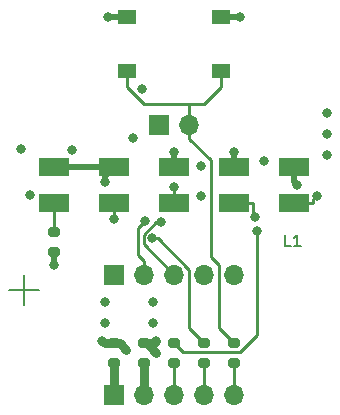
<source format=gbr>
%TF.GenerationSoftware,KiCad,Pcbnew,(7.0.0)*%
%TF.CreationDate,2023-03-09T18:05:20+01:00*%
%TF.ProjectId,JoystickAdapter,4a6f7973-7469-4636-9b41-646170746572,1.0*%
%TF.SameCoordinates,Original*%
%TF.FileFunction,Copper,L1,Top*%
%TF.FilePolarity,Positive*%
%FSLAX46Y46*%
G04 Gerber Fmt 4.6, Leading zero omitted, Abs format (unit mm)*
G04 Created by KiCad (PCBNEW (7.0.0)) date 2023-03-09 18:05:20*
%MOMM*%
%LPD*%
G01*
G04 APERTURE LIST*
G04 Aperture macros list*
%AMRoundRect*
0 Rectangle with rounded corners*
0 $1 Rounding radius*
0 $2 $3 $4 $5 $6 $7 $8 $9 X,Y pos of 4 corners*
0 Add a 4 corners polygon primitive as box body*
4,1,4,$2,$3,$4,$5,$6,$7,$8,$9,$2,$3,0*
0 Add four circle primitives for the rounded corners*
1,1,$1+$1,$2,$3*
1,1,$1+$1,$4,$5*
1,1,$1+$1,$6,$7*
1,1,$1+$1,$8,$9*
0 Add four rect primitives between the rounded corners*
20,1,$1+$1,$2,$3,$4,$5,0*
20,1,$1+$1,$4,$5,$6,$7,0*
20,1,$1+$1,$6,$7,$8,$9,0*
20,1,$1+$1,$8,$9,$2,$3,0*%
G04 Aperture macros list end*
%TA.AperFunction,NonConductor*%
%ADD10C,0.200000*%
%TD*%
%ADD11C,0.150000*%
%TA.AperFunction,NonConductor*%
%ADD12C,0.150000*%
%TD*%
%TA.AperFunction,SMDPad,CuDef*%
%ADD13RoundRect,0.200000X-0.275000X0.200000X-0.275000X-0.200000X0.275000X-0.200000X0.275000X0.200000X0*%
%TD*%
%TA.AperFunction,SMDPad,CuDef*%
%ADD14R,2.600000X1.500000*%
%TD*%
%TA.AperFunction,ComponentPad*%
%ADD15R,1.700000X1.700000*%
%TD*%
%TA.AperFunction,ComponentPad*%
%ADD16O,1.700000X1.700000*%
%TD*%
%TA.AperFunction,SMDPad,CuDef*%
%ADD17RoundRect,0.200000X0.275000X-0.200000X0.275000X0.200000X-0.275000X0.200000X-0.275000X-0.200000X0*%
%TD*%
%TA.AperFunction,SMDPad,CuDef*%
%ADD18R,1.550000X1.300000*%
%TD*%
%TA.AperFunction,ViaPad*%
%ADD19C,0.800000*%
%TD*%
%TA.AperFunction,Conductor*%
%ADD20C,0.800000*%
%TD*%
%TA.AperFunction,Conductor*%
%ADD21C,0.500000*%
%TD*%
%TA.AperFunction,Conductor*%
%ADD22C,0.250000*%
%TD*%
G04 APERTURE END LIST*
D10*
X104140000Y-106680000D02*
X104140000Y-109220000D01*
X102870000Y-107950000D02*
X105410000Y-107950000D01*
D11*
D12*
X126698285Y-104253380D02*
X126222095Y-104253380D01*
X126222095Y-104253380D02*
X126222095Y-103253380D01*
X127555428Y-104253380D02*
X126984000Y-104253380D01*
X127269714Y-104253380D02*
X127269714Y-103253380D01*
X127269714Y-103253380D02*
X127174476Y-103396238D01*
X127174476Y-103396238D02*
X127079238Y-103491476D01*
X127079238Y-103491476D02*
X126984000Y-103539095D01*
D13*
%TO.P,R28,1*%
%TO.N,Net-(R26-Pad2)*%
X119380000Y-112459000D03*
%TO.P,R28,2*%
%TO.N,JOY_KY023_Y*%
X119380000Y-114109000D03*
%TD*%
D14*
%TO.P,D3,1,K*%
%TO.N,Net-(D3-K)*%
X116839999Y-100559999D03*
%TO.P,D3,2,A*%
%TO.N,+5V*%
X116839999Y-97559999D03*
%TD*%
D15*
%TO.P,J2,1,Pin_1*%
%TO.N,/JOY_SANWA_GND*%
X111759999Y-106679999D03*
D16*
%TO.P,J2,2,Pin_2*%
%TO.N,/JOY_SANWA_X_LEFT*%
X114299999Y-106679999D03*
%TO.P,J2,3,Pin_3*%
%TO.N,/JOY_SANWA_X_RIGHT*%
X116839999Y-106679999D03*
%TO.P,J2,4,Pin_4*%
%TO.N,/JOY_SANWA_Y_DOWN*%
X119379999Y-106679999D03*
%TO.P,J2,5,Pin_5*%
%TO.N,/JOY_SANWA_Y_UP*%
X121919999Y-106679999D03*
%TD*%
D14*
%TO.P,D2,1,K*%
%TO.N,Net-(D2-K)*%
X111759999Y-100559999D03*
%TO.P,D2,2,A*%
%TO.N,+5V*%
X111759999Y-97559999D03*
%TD*%
%TO.P,D5,1,K*%
%TO.N,Net-(D5-K)*%
X126999999Y-100559999D03*
%TO.P,D5,2,A*%
%TO.N,+5V*%
X126999999Y-97559999D03*
%TD*%
D17*
%TO.P,R1,1*%
%TO.N,/JOY_KY023_+5V*%
X114300000Y-114109000D03*
%TO.P,R1,2*%
%TO.N,+5V*%
X114300000Y-112459000D03*
%TD*%
D18*
%TO.P,SW1,1,1*%
%TO.N,GND*%
X120814999Y-84871999D03*
X112864999Y-84871999D03*
%TO.P,SW1,2,2*%
%TO.N,Net-(J3-Pin_2)*%
X112864999Y-89371999D03*
X120814999Y-89371999D03*
%TD*%
D14*
%TO.P,D1,1,K*%
%TO.N,Net-(D1-K)*%
X106679999Y-100559999D03*
%TO.P,D1,2,A*%
%TO.N,+5V*%
X106679999Y-97559999D03*
%TD*%
D17*
%TO.P,R2,1*%
%TO.N,/JOY_KY023_GND*%
X111760000Y-114109000D03*
%TO.P,R2,2*%
%TO.N,GND*%
X111760000Y-112459000D03*
%TD*%
D14*
%TO.P,D4,1,K*%
%TO.N,Net-(D4-K)*%
X121919999Y-100559999D03*
%TO.P,D4,2,A*%
%TO.N,+5V*%
X121919999Y-97559999D03*
%TD*%
D13*
%TO.P,R6,1*%
%TO.N,Net-(J3-Pin_2)*%
X121920000Y-112459000D03*
%TO.P,R6,2*%
%TO.N,JOY_KY023_SW*%
X121920000Y-114109000D03*
%TD*%
D15*
%TO.P,J3,1,Pin_1*%
%TO.N,GND*%
X115569999Y-93979999D03*
D16*
%TO.P,J3,2,Pin_2*%
%TO.N,Net-(J3-Pin_2)*%
X118109999Y-93979999D03*
%TD*%
D17*
%TO.P,R3,1*%
%TO.N,GND*%
X106680000Y-104711000D03*
%TO.P,R3,2*%
%TO.N,Net-(D1-K)*%
X106680000Y-103061000D03*
%TD*%
D13*
%TO.P,R27,1*%
%TO.N,Net-(R25-Pad2)*%
X116840000Y-112459000D03*
%TO.P,R27,2*%
%TO.N,JOY_KY023_X*%
X116840000Y-114109000D03*
%TD*%
D15*
%TO.P,J1,1,Pin_1*%
%TO.N,/JOY_KY023_GND*%
X111759999Y-116839999D03*
D16*
%TO.P,J1,2,Pin_2*%
%TO.N,/JOY_KY023_+5V*%
X114299999Y-116839999D03*
%TO.P,J1,3,Pin_3*%
%TO.N,JOY_KY023_X*%
X116839999Y-116839999D03*
%TO.P,J1,4,Pin_4*%
%TO.N,JOY_KY023_Y*%
X119379999Y-116839999D03*
%TO.P,J1,5,Pin_5*%
%TO.N,JOY_KY023_SW*%
X121919999Y-116839999D03*
%TD*%
D19*
%TO.N,GND*%
X104604000Y-99888800D03*
X110998000Y-108966000D03*
X108204000Y-96106800D03*
X124460000Y-97028000D03*
X129794000Y-96520000D03*
X119079000Y-100024000D03*
X111252000Y-84836000D03*
X110998000Y-110744000D03*
X112776000Y-113030000D03*
X122428000Y-84836000D03*
X129794000Y-94742000D03*
X113365000Y-95082800D03*
X110744000Y-112268000D03*
X106680000Y-105801000D03*
%TO.N,+5V*%
X110998000Y-98806000D03*
X116840000Y-96266000D03*
X114076000Y-90965000D03*
X115316000Y-112268000D03*
X121920000Y-96266000D03*
X115316000Y-113284000D03*
X127254000Y-99060000D03*
X115062000Y-110744000D03*
X119114000Y-97405000D03*
X115062000Y-108966000D03*
X103824000Y-96012000D03*
X129794000Y-92964000D03*
%TO.N,Net-(D2-K)*%
X111760000Y-101952000D03*
%TO.N,Net-(D3-K)*%
X116840000Y-99185900D03*
%TO.N,Net-(D4-K)*%
X123644000Y-101791000D03*
%TO.N,Net-(D5-K)*%
X128903000Y-99967200D03*
%TO.N,/JOY_SANWA_X_RIGHT*%
X115712000Y-102210000D03*
%TO.N,/JOY_SANWA_X_LEFT*%
X114397400Y-102066000D03*
%TO.N,Net-(R25-Pad2)*%
X123875000Y-102967000D03*
%TO.N,Net-(R26-Pad2)*%
X114966000Y-103564000D03*
%TD*%
D20*
%TO.N,GND*%
X112205000Y-112459000D02*
X112776000Y-113030000D01*
D21*
X122392000Y-84872000D02*
X122428000Y-84836000D01*
X106680000Y-105801000D02*
X106680000Y-104711000D01*
X112865000Y-84872000D02*
X111288000Y-84872000D01*
D20*
X111760000Y-112459000D02*
X112205000Y-112459000D01*
D21*
X120815000Y-84872000D02*
X122392000Y-84872000D01*
X111288000Y-84872000D02*
X111252000Y-84836000D01*
D20*
X111760000Y-112459000D02*
X110935000Y-112459000D01*
X110935000Y-112459000D02*
X110744000Y-112268000D01*
%TO.N,+5V*%
X114300000Y-112459000D02*
X114491000Y-112459000D01*
X114491000Y-112459000D02*
X115316000Y-113284000D01*
X114491000Y-112459000D02*
X115125000Y-112459000D01*
D21*
X127000000Y-97560000D02*
X127000000Y-98806000D01*
X127000000Y-98806000D02*
X127254000Y-99060000D01*
D20*
X115125000Y-112459000D02*
X115316000Y-112268000D01*
D21*
X110998000Y-98322000D02*
X111760000Y-97560000D01*
X121920000Y-97560000D02*
X121920000Y-96266000D01*
D20*
X114300000Y-112459000D02*
X114491000Y-112459000D01*
D21*
X116840000Y-97560000D02*
X116840000Y-96266000D01*
X110998000Y-98806000D02*
X110998000Y-98322000D01*
X106680000Y-97560000D02*
X111760000Y-97560000D01*
D22*
%TO.N,Net-(D1-K)*%
X106680000Y-103061000D02*
X106680000Y-100560000D01*
%TO.N,Net-(D2-K)*%
X111760000Y-101952000D02*
X111760000Y-100560000D01*
%TO.N,Net-(D3-K)*%
X116840000Y-99185900D02*
X116840000Y-100560000D01*
%TO.N,Net-(D4-K)*%
X123545000Y-100560000D02*
X123545000Y-101693000D01*
X121920000Y-100560000D02*
X123545000Y-100560000D01*
X123545000Y-101693000D02*
X123644000Y-101791000D01*
%TO.N,Net-(D5-K)*%
X128625000Y-100560000D02*
X128625000Y-100245000D01*
X127000000Y-100560000D02*
X128625000Y-100560000D01*
X128625000Y-100245000D02*
X128903000Y-99967200D01*
D20*
%TO.N,/JOY_KY023_GND*%
X111760000Y-114109000D02*
X111760000Y-116840000D01*
%TO.N,/JOY_KY023_+5V*%
X114300000Y-114109000D02*
X114300000Y-116840000D01*
D22*
%TO.N,JOY_KY023_X*%
X116840000Y-116840000D02*
X116840000Y-114109000D01*
%TO.N,JOY_KY023_Y*%
X119380000Y-116840000D02*
X119380000Y-114109000D01*
%TO.N,JOY_KY023_SW*%
X121920000Y-116840000D02*
X121920000Y-114109000D01*
%TO.N,/JOY_SANWA_X_RIGHT*%
X115712000Y-102210000D02*
X115283000Y-102210000D01*
X114240000Y-104080000D02*
X116840000Y-106680000D01*
X115283000Y-102210000D02*
X114240000Y-103252000D01*
X114240000Y-103252000D02*
X114240000Y-104080000D01*
%TO.N,/JOY_SANWA_X_LEFT*%
X113776300Y-102687100D02*
X113776300Y-104981200D01*
X114397400Y-102066000D02*
X113776300Y-102687100D01*
X113776300Y-104981200D02*
X114300000Y-105504900D01*
X114300000Y-106680000D02*
X114300000Y-105504900D01*
%TO.N,Net-(J3-Pin_2)*%
X121920000Y-112459000D02*
X120650000Y-111189000D01*
X114288000Y-92202000D02*
X112865000Y-90779300D01*
X119920000Y-105130000D02*
X119920000Y-96965400D01*
X120650000Y-111189000D02*
X120650000Y-105860000D01*
X119380000Y-92202000D02*
X118110000Y-92202000D01*
X119920000Y-96965400D02*
X118110000Y-95155100D01*
X118110000Y-93980000D02*
X118110000Y-92202000D01*
X120815000Y-90767000D02*
X119380000Y-92202000D01*
X120815000Y-89372000D02*
X120815000Y-90767000D01*
X118110000Y-95155100D02*
X118110000Y-93980000D01*
X120650000Y-105860000D02*
X119920000Y-105130000D01*
X118110000Y-92202000D02*
X114288000Y-92202000D01*
X112865000Y-90779300D02*
X112865000Y-89372000D01*
%TO.N,Net-(R25-Pad2)*%
X116840000Y-112459000D02*
X117613000Y-113232000D01*
X123875000Y-111780000D02*
X123875000Y-102967000D01*
X122422000Y-113232000D02*
X123875000Y-111780000D01*
X117613000Y-113232000D02*
X122422000Y-113232000D01*
%TO.N,Net-(R26-Pad2)*%
X115445000Y-103564000D02*
X114966000Y-103564000D01*
X118110000Y-111189000D02*
X118110000Y-106229000D01*
X118110000Y-106229000D02*
X115445000Y-103564000D01*
X119380000Y-112459000D02*
X118110000Y-111189000D01*
%TD*%
M02*

</source>
